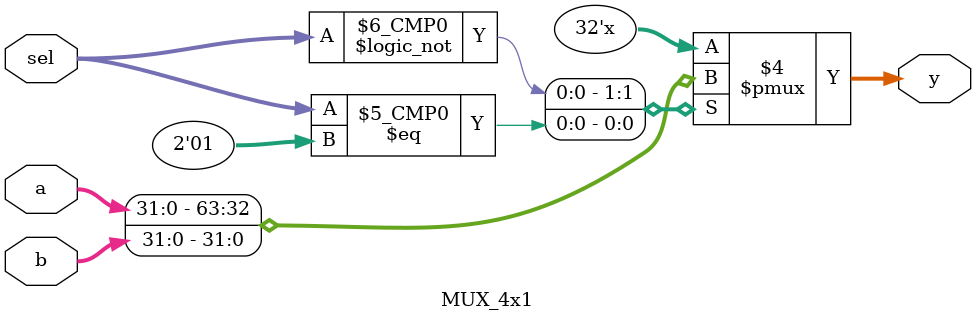
<source format=sv>
`timescale 1ns / 1ps


module datapath (
    input  logic [31:0] Instr_rdata,
    input  logic        clk,
    input  logic        reset,
    input  logic [ 3:0] alu_control_en,
    input  logic        imm_en,
    input  logic        register_write_en,
    output logic [31:0] Instr_Addr,
    output logic [31:0] alu_result,
    output logic [31:0] mem_wdata,
    input  logic [31:0] mem_rdata,
    input  logic [ 1:0] rd_mux_en
);


    logic [31:0]
        regster_data1,
        regster_data2,
        pc_out,
        pc_in,
        imm_addr,
        mux_rd_data,
        mux_regster_data2;

    assign Instr_Addr  = pc_out;
    assign mem_wdata   = regster_data2;
    // assign mux_rd_data = mem_rdata;

    program_counter U_PC (
        .clk  (clk),
        .reset(reset),
        .q_in (pc_in),
        .pc   (pc_out)
    );

    regfile U_REGFILE (
        .clk(clk),
        // .reset(reset),
        .RA1(Instr_rdata[19:15]),
        .RA2(Instr_rdata[24:20]),
        .WA (Instr_rdata[11:7]),
        .WD (mux_rd_data),
        .WE (register_write_en),
        .RD1(regster_data1),
        .RD2(regster_data2)
    );

    ALU U_ALU (
        .RS1           (regster_data1),
        .RS2           (mux_regster_data2),
        .alu_control_en(alu_control_en),
        .alu_result    (alu_result)
    );

    adder U_ADD (
        .a(pc_out),
        .b(32'd4),
        .y(pc_in)
    );

    imm_extend U_IMM_EXTEND (
        .instr_opcode(Instr_rdata),
        .imm_addr    (imm_addr)
    );

    MUX_2x1 U_IMM_MUX (
        .a (imm_addr),
        .b (regster_data2),
        .en(imm_en),
        .y (mux_regster_data2)
    );


    MUX_4x1 U_RD_MUX_4 (
        .a  (alu_result),
        .b  (mem_rdata),
        .sel(rd_mux_en),
        .y  (mux_rd_data)
    );




endmodule

module program_counter (
    input  logic        clk,
    input  logic        reset,
    input  logic [31:0] q_in,
    output logic [31:0] pc
);

    always @(posedge clk, posedge reset) begin
        if (reset) begin
            pc <= 32'd0;
        end else begin
            pc <= q_in;
        end
    end

endmodule

module regfile (
    input  logic        clk,
    input  logic [ 4:0] RA1,
    input  logic [ 4:0] RA2,
    input  logic [ 4:0] WA,
    input  logic [31:0] WD,
    input  logic        WE,
    output logic [31:0] RD1,
    output logic [31:0] RD2
);

    logic [31:0] reg_file[0:31];
    integer j;

    initial begin
        for (j = 0; j < 32; j++) begin
            reg_file[j] = j;
        end
    end

    always_ff @(posedge clk) begin
        if (WE && WA != 0) begin
            reg_file[WA] <= WD;
        end
    end

    assign RD1 = (RA1 == 0) ? 32'b0 : reg_file[RA1];
    assign RD2 = (RA2 == 0) ? 32'b0 : reg_file[RA2];

endmodule

module ALU (
    input  logic [31:0] RS1,
    input  logic [31:0] RS2,
    input  logic [ 3:0] alu_control_en,
    output logic [31:0] alu_result
);

    always @(*) begin
        alu_result = 32'd0;
        case (alu_control_en)
            4'b0000: begin  //add
                alu_result = RS1 + RS2;
            end
            4'b0001: begin  //sll
                alu_result = RS1 << RS2[4:0];
            end
            4'b0010: begin  //
                alu_result = ($signed(RS1) < $signed(RS2)) ? 1 : 0;
            end
            4'b0011: begin
                alu_result = ($unsigned(RS1) < $unsigned(RS2)) ? 1 : 0;
            end
            4'b0100: begin
                alu_result = RS1 ^ RS2;
            end
            4'b0101: begin
                alu_result = RS1 >> RS2[4:0];
            end
            4'b0110: begin
                alu_result = RS1 | RS2;
            end
            4'b0111: begin
                alu_result = RS1 & RS2;
            end
            4'b1000: begin
                alu_result = RS1 - RS2;
            end
            4'b1101: begin
                alu_result = $signed(RS1) >>> (RS2[4:0]);
            end
        endcase
    end
endmodule

module imm_extend (
    input  logic [31:0] instr_opcode,
    output logic [31:0] imm_addr
);

    logic [2:0] funt_3;
    assign funt_3 = instr_opcode[14:12];

    always_comb begin
        imm_addr = 32'b0;
        if (instr_opcode[6:0] == 7'b0010011) begin
            case (funt_3)
                3'b001, 3'b101:  // SLLI, SRLI, SRAI
                imm_addr = {27'b0, instr_opcode[24:20]};
                3'b011: imm_addr = {20'b0, instr_opcode[31:20]};
                default:
                imm_addr = {{20{instr_opcode[31]}}, instr_opcode[31:20]};
            endcase
        end
        if (instr_opcode[6:0] == 7'b0100011) begin
            imm_addr = {
                {20{instr_opcode[31]}}, instr_opcode[31:25], instr_opcode[11:7]
            };
        end
        if (instr_opcode[6:0] == 7'b0000011) begin
             imm_addr = {{20{instr_opcode[31]}}, instr_opcode[31:20]};
        end
    end

endmodule


module adder (
    input  logic [31:0] a,
    input  logic [31:0] b,
    output logic [31:0] y
);

    assign y = a + b;

endmodule


module MUX_2x1 (
    input logic [31:0] a,
    input logic [31:0] b,
    input logic en,
    output logic [31:0] y
);

    assign y = en ? a : b;

endmodule

module MUX_4x1 (
    input  logic [31:0] a,
    input  logic [31:0] b,
    input  logic [ 1:0] sel,
    output logic [31:0] y
);

    always_comb begin
        case (sel)
            2'b00:   y = a;
            2'b01:   y = b;
            default: y = 32'bx;
        endcase
    end

endmodule

</source>
